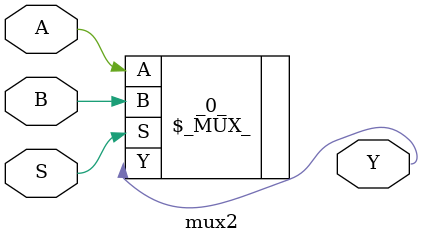
<source format=v>
/* Generated by Yosys 0.56+171 (git sha1 6fdcdd41d, g++ 11.4.0-1ubuntu1~22.04.2 -Og -fPIC) */

(* top =  1  *)
(* src = "dut.sv:1.1-8.10" *)
module mux2(S, A, B, Y);
  (* src = "dut.sv:2.11-2.12" *)
  input S;
  wire S;
  (* src = "dut.sv:3.11-3.12" *)
  input A;
  wire A;
  (* src = "dut.sv:3.13-3.14" *)
  input B;
  wire B;
  (* src = "dut.sv:4.16-4.17" *)
  output Y;
  wire Y;
  \$_MUX_  _0_ (
    .A(A),
    .B(B),
    .S(S),
    .Y(Y)
  );
endmodule

</source>
